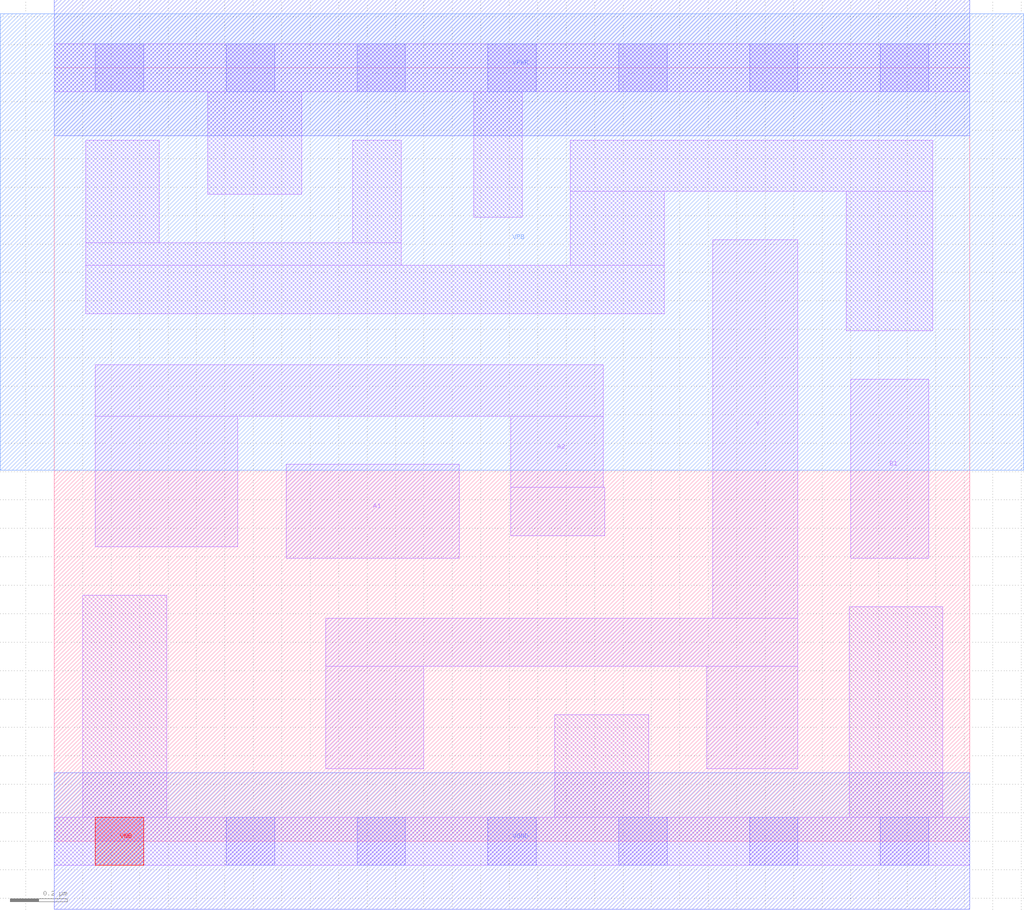
<source format=lef>
# Copyright 2020 The SkyWater PDK Authors
#
# Licensed under the Apache License, Version 2.0 (the "License");
# you may not use this file except in compliance with the License.
# You may obtain a copy of the License at
#
#     https://www.apache.org/licenses/LICENSE-2.0
#
# Unless required by applicable law or agreed to in writing, software
# distributed under the License is distributed on an "AS IS" BASIS,
# WITHOUT WARRANTIES OR CONDITIONS OF ANY KIND, either express or implied.
# See the License for the specific language governing permissions and
# limitations under the License.
#
# SPDX-License-Identifier: Apache-2.0

VERSION 5.7 ;
  NOWIREEXTENSIONATPIN ON ;
  DIVIDERCHAR "/" ;
  BUSBITCHARS "[]" ;
MACRO sky130_fd_sc_hd__a21oi_2
  CLASS CORE ;
  FOREIGN sky130_fd_sc_hd__a21oi_2 ;
  ORIGIN  0.000000  0.000000 ;
  SIZE  3.220000 BY  2.720000 ;
  SYMMETRY X Y R90 ;
  SITE unithd ;
  PIN A1
    ANTENNAGATEAREA  0.495000 ;
    DIRECTION INPUT ;
    USE SIGNAL ;
    PORT
      LAYER li1 ;
        RECT 0.815000 0.995000 1.425000 1.325000 ;
    END
  END A1
  PIN A2
    ANTENNAGATEAREA  0.495000 ;
    DIRECTION INPUT ;
    USE SIGNAL ;
    PORT
      LAYER li1 ;
        RECT 0.145000 1.035000 0.645000 1.495000 ;
        RECT 0.145000 1.495000 1.930000 1.675000 ;
        RECT 1.605000 1.075000 1.935000 1.245000 ;
        RECT 1.605000 1.245000 1.930000 1.495000 ;
    END
  END A2
  PIN B1
    ANTENNAGATEAREA  0.495000 ;
    DIRECTION INPUT ;
    USE SIGNAL ;
    PORT
      LAYER li1 ;
        RECT 2.800000 0.995000 3.075000 1.625000 ;
    END
  END B1
  PIN VNB
    PORT
      LAYER pwell ;
        RECT 0.145000 -0.085000 0.315000 0.085000 ;
    END
  END VNB
  PIN VPB
    PORT
      LAYER nwell ;
        RECT -0.190000 1.305000 3.410000 2.910000 ;
    END
  END VPB
  PIN Y
    ANTENNADIFFAREA  0.627500 ;
    DIRECTION OUTPUT ;
    USE SIGNAL ;
    PORT
      LAYER li1 ;
        RECT 0.955000 0.255000 1.300000 0.615000 ;
        RECT 0.955000 0.615000 2.615000 0.785000 ;
        RECT 2.295000 0.255000 2.615000 0.615000 ;
        RECT 2.315000 0.785000 2.615000 2.115000 ;
    END
  END Y
  PIN VGND
    DIRECTION INOUT ;
    SHAPE ABUTMENT ;
    USE GROUND ;
    PORT
      LAYER met1 ;
        RECT 0.000000 -0.240000 3.220000 0.240000 ;
    END
  END VGND
  PIN VPWR
    DIRECTION INOUT ;
    SHAPE ABUTMENT ;
    USE POWER ;
    PORT
      LAYER met1 ;
        RECT 0.000000 2.480000 3.220000 2.960000 ;
    END
  END VPWR
  OBS
    LAYER li1 ;
      RECT 0.000000 -0.085000 3.220000 0.085000 ;
      RECT 0.000000  2.635000 3.220000 2.805000 ;
      RECT 0.100000  0.085000 0.395000 0.865000 ;
      RECT 0.110000  1.855000 2.145000 2.025000 ;
      RECT 0.110000  2.025000 1.220000 2.105000 ;
      RECT 0.110000  2.105000 0.370000 2.465000 ;
      RECT 0.540000  2.275000 0.870000 2.635000 ;
      RECT 1.050000  2.105000 1.220000 2.465000 ;
      RECT 1.475000  2.195000 1.645000 2.635000 ;
      RECT 1.760000  0.085000 2.090000 0.445000 ;
      RECT 1.815000  2.025000 2.145000 2.285000 ;
      RECT 1.815000  2.285000 3.090000 2.465000 ;
      RECT 2.785000  1.795000 3.090000 2.285000 ;
      RECT 2.795000  0.085000 3.125000 0.825000 ;
    LAYER mcon ;
      RECT 0.145000 -0.085000 0.315000 0.085000 ;
      RECT 0.145000  2.635000 0.315000 2.805000 ;
      RECT 0.605000 -0.085000 0.775000 0.085000 ;
      RECT 0.605000  2.635000 0.775000 2.805000 ;
      RECT 1.065000 -0.085000 1.235000 0.085000 ;
      RECT 1.065000  2.635000 1.235000 2.805000 ;
      RECT 1.525000 -0.085000 1.695000 0.085000 ;
      RECT 1.525000  2.635000 1.695000 2.805000 ;
      RECT 1.985000 -0.085000 2.155000 0.085000 ;
      RECT 1.985000  2.635000 2.155000 2.805000 ;
      RECT 2.445000 -0.085000 2.615000 0.085000 ;
      RECT 2.445000  2.635000 2.615000 2.805000 ;
      RECT 2.905000 -0.085000 3.075000 0.085000 ;
      RECT 2.905000  2.635000 3.075000 2.805000 ;
  END
END sky130_fd_sc_hd__a21oi_2
END LIBRARY

</source>
